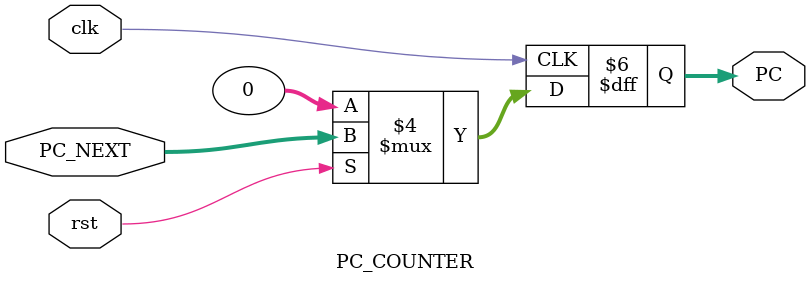
<source format=v>
module PC_COUNTER(PC_NEXT, clk, rst, PC);

input [31:0]PC_NEXT;
input clk,rst;
output reg [31:0] PC;
    
    always@(posedge clk)begin
        if(~rst) begin
            PC <= 31'b0;
        end
        else begin
            PC <= PC_NEXT;
        end
    end
        
endmodule
</source>
